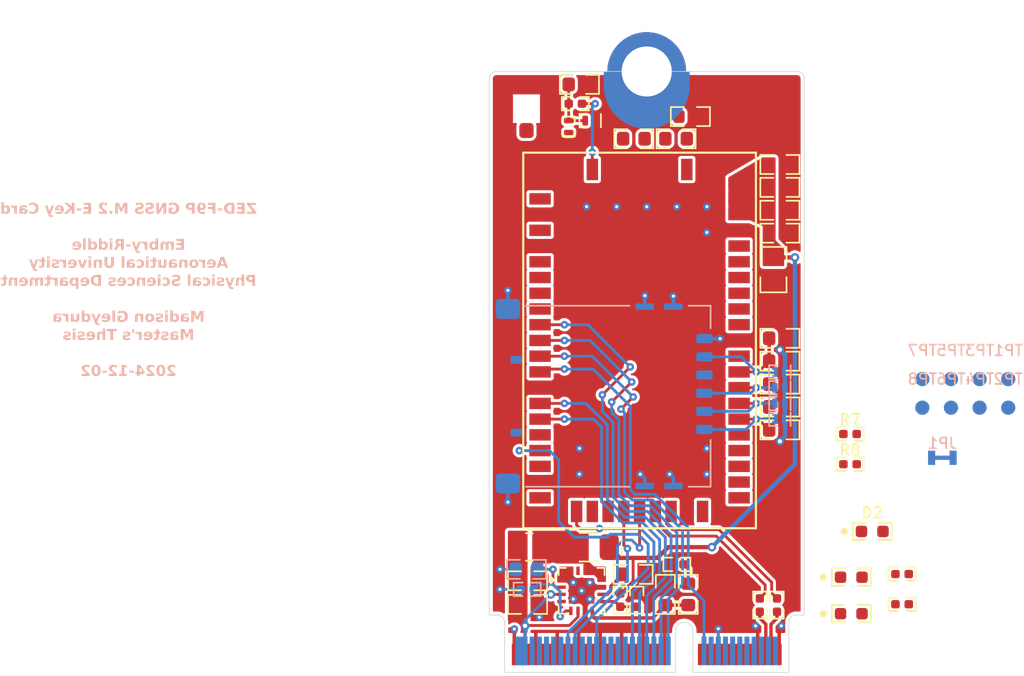
<source format=kicad_pcb>
(kicad_pcb (version 20240108) (generator "pcbnew") (generator_version "8.0")
  (title_block (title "U-bolx ZED-F9P M.2 E-Key") (date "2024-12-02") (comment 2 "PROTOTYPE") (comment 3 "2024"))
  (layers (0 "F.Cu" signal) (1 "In1.Cu" signal) (2 "In2.Cu" signal) (31 "B.Cu" signal) (34 "B.Paste" user) (35 "F.Paste" user) (36 "B.SilkS" user "B.Silkscreen") (37 "F.SilkS" user "F.Silkscreen") (38 "B.Mask" user) (39 "F.Mask" user) (44 "Edge.Cuts" user))
  (net 0 "")
  (net 1 "VSS")
  (net 2 "Net-(AE1-A)")
  (net 3 "Net-(U1-SS)")
  (net 4 "+3V3")
  (net 5 "+1V8")
  (net 6 "Net-(U1-COMP)")
  (net 7 "Net-(U1-VCC)")
  (net 8 "/HOST_D+")
  (net 9 "/HOST_D-")
  (net 12 "+3V8")
  (net 18 "VSIM")
  (net 24 "/Cellular Modem/SIM_RST")
  (net 40 "/Cellular Modem/SIM_CLK")
  (net 43 "/RESET_N")
  (net 44 "/Cellular Modem/SIM_IO")
  (net 49 "Net-(J2-~{LED_1})")
  (net 50 "Net-(J2-~{LED_2})")
  (net 51 "/Cellular Modem/RF_IN")
  (net 56 "Net-(C19-Pad1)")
  (net 57 "Net-(D2-Pad2)")
  (net 58 "/MODULE_STS")
  (net 59 "/SARA_RXD_1V8")
  (net 60 "/NETWORK_STS")
  (net 62 "/SARA_TXD_1V8")
  (net 63 "/SARA_SCL_1V8")
  (net 64 "/SARA_RTS_1V8")
  (net 65 "/SLEEP")
  (net 66 "/SARA_CTS_1V8")
  (net 67 "/SARA_SDA_1V8")
  (net 68 "Net-(U1-RT)")
  (net 69 "Net-(U1-FB)")
  (net 70 "/Cellular Modem/SARA_D+")
  (net 71 "/Cellular Modem/SARA_D-")
  (net 72 "/Cellular Modem/ANT_DET")
  (net 97 "/Cellular Modem/PPS")
  (net 98 "Net-(D3-Pad1)")
  (net 99 "Net-(D4-Pad1)")
  (net 103 "Net-(C6-Pad2)")
  (net 104 "Net-(C17-Pad2)")
  (net 105 "/SW")
  (footprint "lib_fp:L_0402" (layer "F.Cu") (at 134.55 81.85 90)
    (property "Reference" "L3" (hide yes))
    (property "Value" "68nH" (hide yes))
  )
  (footprint "lib_fp:CRCW0402" (layer "F.Cu") (at 138.15 114.95 -90)
    (property "Reference" "R3" (hide yes))
    (property "Value" "6K98" (hide yes))
  )
  (footprint "lib_fp:L_0806" (layer "F.Cu") (at 131.8 111.25)
    (property "Reference" "L1" (hide yes))
    (property "Value" "680nH" (hide yes))
  )
  (footprint "lib_fp:CRCW0402" (layer "F.Cu") (at 135.015 80.25 180)
    (property "Reference" "R11" (hide yes))
    (property "Value" "10K" (hide yes))
  )
  (footprint "lib_fp:LTST-0603" (layer "F.Cu") (at 155.75 110.15)
    (property "Reference" "D2")
    (property "Value" "LTST-C190KYKT" (hide yes))
  )
  (footprint "lib_fp:MLCC0805" (layer "F.Cu") (at 148.85 91.85 -90)
    (property "Reference" "C7" (hide yes))
    (property "Value" "22uF" (hide yes))
  )
  (footprint "lib_fp:MLCC0603" (layer "F.Cu") (at 142.9 114.55 90)
    (property "Reference" "C6" (hide yes))
    (property "Value" "10nF" (hide yes))
  )
  (footprint "lib_fp:MLCC0603" (layer "F.Cu") (at 149.3 99.85)
    (property "Reference" "C14" (hide yes))
    (property "Value" "47pF" (hide yes))
  )
  (footprint "lib_fp:CRCW0402" (layer "F.Cu") (at 149.1 115.3 90)
    (property "Reference" "R9" (hide yes))
    (property "Value" "27R" (hide yes))
  )
  (footprint "lib_fp:L_0603" (layer "F.Cu") (at 143.05 81.15)
    (property "Reference" "L2" (hide yes))
    (property "Value" "39nH" (hide yes))
  )
  (footprint "lib_fp:MLCC0603" (layer "F.Cu") (at 149.3 86.1)
    (property "Reference" "C11" (hide yes))
    (property "Value" "15pF" (hide yes))
  )
  (footprint "lib_fp:MLCC0603" (layer "F.Cu") (at 149.3 84.5)
    (property "Reference" "C9" (hide yes))
    (property "Value" "10nF" (hide yes))
  )
  (footprint "lib_fp:M.2 E-Key" (layer "F.Cu") (at 140 120)
    (property "Reference" "J2" (hide yes))
    (property "Value" "M.2_E_Key_PCB_Edge" (hide yes))
    (fp_line (start -11 -4) (end -11 -5.2) (stroke (width 0.05)) (layer "Edge.Cuts"))
    (fp_line (start -11 -4) (end -10.425 -4) (stroke (width 0.05)) (layer "Edge.Cuts"))
    (fp_line (start -9.925 0) (end -9.925 -3.5) (stroke (width 0.05)) (layer "Edge.Cuts"))
    (fp_line (start 2.025 -2.9) (end 2.025 0) (stroke (width 0.05)) (layer "Edge.Cuts"))
    (fp_line (start 2.025 0) (end -9.925 0) (stroke (width 0.05)) (layer "Edge.Cuts"))
    (fp_line (start 3.225 -2.9) (end 3.225 0) (stroke (width 0.05)) (layer "Edge.Cuts"))
    (fp_line (start 9.925 0) (end 3.225 0) (stroke (width 0.05)) (layer "Edge.Cuts"))
    (fp_line (start 9.925 0) (end 9.925 -3.5) (stroke (width 0.05)) (layer "Edge.Cuts"))
    (fp_line (start 9.925 0) (end 9.925 0) (stroke (width 0.05)) (layer "Edge.Cuts"))
    (fp_line (start 10.425 -4) (end 11 -4) (stroke (width 0.05)) (layer "Edge.Cuts"))
    (fp_line (start 11 -4) (end 11 -5.2) (stroke (width 0.05)) (layer "Edge.Cuts"))
    (fp_arc (start -10.425 -4) (mid -10.071447 -3.853553) (end -9.925 -3.5) (stroke (width 0.05)) (layer "Edge.Cuts"))
    (fp_arc (start 2.025 -2.9) (mid 2.625 -3.5) (end 3.225 -2.9) (stroke (width 0.05)) (layer "Edge.Cuts"))
    (fp_arc (start 9.925 -3.5) (mid 10.071447 -3.853553) (end 10.425 -4) (stroke (width 0.05)) (layer "Edge.Cuts"))
  )
  (footprint "lib_fp:CRCW0402" (layer "F.Cu") (at 154.2 105.45)
    (property "Reference" "R8")
    (property "Value" "10K" (hide yes))
  )
  (footprint "lib_fp:MLCC0603" (layer "F.Cu") (at 135.3 78.9)
    (property "Reference" "C19" (hide yes))
    (property "Value" "27pF" (hide yes))
  )
  (footprint "lib_fp:LTST-0603" (layer "F.Cu") (at 154.2875 113.35)
    (property "Reference" "D3" (hide yes))
    (property "Value" "LTST-C190KGKT" (hide yes))
  )
  (footprint "lib_fp:MLCC0603" (layer "F.Cu") (at 131.675 115.25)
    (property "Reference" "C1" (hide yes))
    (property "Value" "2.2uF" (hide yes))
  )
  (footprint "lib_fp:MLCC0603" (layer "F.Cu") (at 149.3 87.7)
    (property "Reference" "C10" (hide yes))
    (property "Value" "68pF" (hide yes))
  )
  (footprint "lib_fp:MLCC0603" (layer "F.Cu") (at 149.3 98.25)
    (property "Reference" "C12" (hide yes))
    (property "Value" "47pF" (hide yes))
  )
  (footprint "lib_fp:MLCC0603" (layer "F.Cu") (at 139.05 113.15)
    (property "Reference" "C4" (hide yes))
    (property "Value" "10nF" (hide yes))
  )
  (footprint "lib_fp:MLCC0603" (layer "F.Cu") (at 141.3 114.55 90)
    (property "Reference" "C5" (hide yes))
    (property "Value" "330pF" (hide yes))
  )
  (footprint "lib_fp:CRCW0402" (layer "F.Cu") (at 157.8375 113.13)
    (property "Reference" "R5" (hide yes))
    (property "Value" "4K7" (hide yes))
  )
  (footprint "lib_fp:MLCC0603" (layer "F.Cu") (at 142.05 82.7 180)
    (property "Reference" "C17" (hide yes))
    (property "Value" "15pF" (hide yes))
  )
  (footprint "lib_fp:RTE0016K" (layer "F.Cu") (at 135.45 114.3)
    (property "Reference" "U1" (hide yes))
    (property "Value" "LM51571-Q1" (hide yes))
  )
  (footprint "lib_fp:CRCW0402" (layer "F.Cu") (at 154.2 103.34)
    (property "Reference" "R7")
    (property "Value" "10K" (hide yes))
  )
  (footprint "lib_fp:CRCW0402" (layer "F.Cu") (at 147.9 115.3 90)
    (property "Reference" "R10" (hide yes))
    (property "Value" "27R" (hide yes))
  )
  (footprint "lib_fp:SOD123F" (layer "F.Cu") (at 135.95 111.25 180)
    (property "Reference" "D1" (hide yes))
    (property "Value" "MBR230S1F" (hide yes))
  )
  (footprint "lib_fp:CRCW0402" (layer "F.Cu") (at 157.8375 115.24)
    (property "Reference" "R6" (hide yes))
    (property "Value" "4K7" (hide yes))
  )
  (footprint "lib_fp:MLCC0603" (layer "F.Cu") (at 149.3 101.45)
    (property "Reference" "C16" (hide yes))
    (property "Value" "47pF" (hide yes))
  )
  (footprint "lib_fp:MLCC0603" (layer "F.Cu") (at 149.3 89.3)
    (property "Reference" "C8" (hide yes))
    (property "Value" "100nF" (hide yes))
  )
  (footprint "lib_fp:CRCW0402" (layer "F.Cu") (at 142.1 112.45 180)
    (property "Reference" "R2" (hide yes))
    (property "Value" "301R" (hide yes))
  )
  (footprint "lib_fp:MLCC0603" (layer "F.Cu") (at 149.3 103.05)
    (property "Reference" "C15" (hide yes))
    (property "Value" "47pF" (hide yes))
  )
  (footprint "lib_fp:CRCW0402" (layer "F.Cu") (at 139.3 114.95 90)
    (property "Reference" "R4" (hide yes))
    (property "Value" "2K49" (hide yes))
  )
  (footprint "lib_fp:MLCC0603" (layer "F.Cu") (at 131.675 113.6)
    (property "Reference" "C2" (hide yes))
    (property "Value" "100nF" (hide yes))
  )
  (footprint "lib_fp:SARA-R52X_UBL" (layer "F.Cu") (at 139.5 96.8)
    (property "Reference" "U2" (hide yes))
    (property "Value" "SARA-R520-02B" (hide yes))
  )
  (footprint "lib_fp:M.2-Screw-Pad" (layer "F.Cu") (at 140 78)
    (property "Reference" "J1" (hide yes))
    (property "Value" "Standoff" (hide yes))
  )
  (footprint "lib_fp:CONMHF1" (layer "F.Cu") (at 131.6 80.6 180)
    (property "Reference" "AE1" (hide yes))
    (property "Value" "CONMHF1-SMD-T" (hide yes))
  )
  (footprint "lib_fp:XDFN2P65_100X60X50L50X25L" (layer "F.Cu") (at 136.05 81.4375 180)
    (property "Reference" "D9" (hide yes))
    (property "Value" "TVS" (hide yes))
  )
  (footprint "lib_fp:MLCC0603" (layer "F.Cu") (at 139.1 82.7 180)
    (property "Reference" "C18" (hide yes))
    (property "Value" "33pF" (hide yes))
  )
  (footprint "lib_fp:MLCC0603" (layer "F.Cu") (at 149.3 96.65)
    (property "Reference" "C13" (hide yes))
    (property "Value" "100nF" (hide yes))
  )
  (footprint "lib_fp:LTST-0603" (layer "F.Cu") (at 154.2875 115.9)
    (property "Reference" "D4" (hide yes))
    (property "Value" "LTST-C190KRKT" (hide yes))
  )
  (footprint "lib_fp:XDFN2P65_100X60X50L50X25L" (layer "B.Cu") (at 149.3 99 180)
    (property "Reference" "D5" (hide yes))
    (property "Value" "TVS" (hide yes))
  )
  (footprint "lib_fp:TP_1mm" (layer "B.Cu") (at 159.25 99.5 180)
    (property "Reference" "TP7")
    (property "Value" "~" (hide yes))
  )
  (footprint "lib_fp:XDFN2P65_100X60X50L50X25L" (layer "B.Cu") (at 149.3 100.1 180)
    (property "Reference" "D6" (hide yes))
    (property "Value" "TVS" (hide yes))
  )
  (footprint "lib_fp:TP_1mm" (layer "B.Cu") (at 163.25 99.5 180)
    (property "Reference" "TP3")
    (property "Value" "~" (hide yes))
  )
  (footprint "lib_fp:XDFN2P65_100X60X50L50X25L" (layer "B.Cu") (at 149.3 101.2 180)
    (property "Reference" "D8" (hide yes))
    (property "Value" "TVS" (hide yes))
  )
  (footprint "lib_fp:MLCC0603" (layer "B.Cu") (at 131.6 112.8)
    (property "Reference" "C3" (hide yes))
    (property "Value" "1uF" (hide yes))
  )
  (footprint "lib_fp:TP_1mm" (layer "B.Cu") (at 165.25 99.5 180)
    (property "Reference" "TP1")
    (property "Value" "~" (hide yes))
  )
  (footprint "lib_fp:TP_1mm" (layer "B.Cu") (at 165.25 101.5 180)
    (property "Reference" "TP2")
    (property "Value" "~" (hide yes))
  )
  (footprint "lib_fp:Jumper_2_Bridged" (layer "B.Cu") (at 160.65 105 180)
    (property "Reference" "JP1")
    (property "Value" "~" (hide yes))
  )
  (footprint "lib_fp:CRCW0402" (layer "B.Cu") (at 131.65 114.2 180)
    (property "Reference" "R1" (hide yes))
    (property "Value" "9K31" (hide yes))
  )
  (footprint "lib_fp:TP_1mm" (layer "B.Cu") (at 163.25 101.5 180)
    (property "Reference" "TP4")
    (property "Value" "~" (hide yes))
  )
  (footprint "lib_fp:786463001" (layer "B.Cu") (at 130.3 100.7 180)
    (property "Reference" "J3" (hide yes))
    (property "Value" "0786463001" (hide yes))
  )
  (footprint "lib_fp:TP_1mm" (layer "B.Cu") (at 161.25 99.5 180)
    (property "Reference" "TP5")
    (property "Value" "~" (hide yes))
  )
  (footprint "lib_fp:XDFN2P65_100X60X50L50X25L" (layer "B.Cu") (at 149.3 102.3 180)
    (property "Reference" "D7" (hide yes))
    (property "Value" "TVS" (hide yes))
  )
  (footprint "lib_fp:TP_1mm" (layer "B.Cu") (at 161.25 101.5 180)
    (property "Reference" "TP6")
    (property "Value" "~" (hide yes))
  )
  (footprint "lib_fp:TP_1mm" (layer "B.Cu") (at 159.25 101.5 180)
    (property "Reference" "TP8")
    (property "Value" "~" (hide yes))
  )
  (gr_arc (start 150.5 78) (mid 150.853553 78.146447) (end 151 78.5) (stroke (width 0.05)) (layer "Edge.Cuts"))
  (gr_line (start 129 78.5) (end 129 114.8) (stroke (width 0.05)) (layer "Edge.Cuts"))
  (gr_line (start 150.5 78) (end 129.5 78) (stroke (width 0.05)) (layer "Edge.Cuts"))
  (gr_arc (start 129 78.5) (mid 129.146447 78.146447) (end 129.5 78) (stroke (width 0.05)) (layer "Edge.Cuts"))
  (gr_line (start 151 114.8) (end 151 78.5) (stroke (width 0.05)) (layer "Edge.Cuts"))
  (gr_text "ZED-F9P GNSS M.2 E-Key Card\n\nEmbry-Riddle\nAeronautical University\nPhysical Sciences Department\n\nMadison Gleydura\nMaster's Thesis\n\n2024-12-02" (at 103.8 93.3 0) (layer "B.SilkS") (effects (font (size 0.75 0.75) (thickness 0.1875) (bold yes)) (justify mirror)))
  (segment (start 130.75 116.975) (end 130.75 118.75) (width 0.25) (layer "F.Cu") (net 1))
  (segment (start 132.25 118.75) (end 132.25 117.15) (width 0.25) (layer "F.Cu") (net 1))
  (segment (start 139.75 118.75) (end 139.75 117.15) (width 0.25) (layer "F.Cu") (net 1))
  (segment (start 149.25 116.9) (end 149.4 116.75) (width 0.25) (layer "F.Cu") (net 1))
  (segment (start 147.75 116.9) (end 147.6 116.75) (width 0.25) (layer "F.Cu") (net 1))
  (segment (start 133.75 118.75) (end 133.75 117.15) (width 0.25) (layer "F.Cu") (net 1))
  (segment (start 141.25 118.75) (end 141.25 117.15) (width 0.25) (layer "F.Cu") (net 1))
  (segment (start 149.25 118.75) (end 149.25 116.9) (width 0.25) (layer "F.Cu") (net 1))
  (segment (start 136.75 118.75) (end 136.75 117.15) (width 0.25) (layer "F.Cu") (net 1))
  (segment (start 135.25 118.75) (end 135.25 117.15) (width 0.25) (layer "F.Cu") (net 1))
  (segment (start 138.25 118.75) (end 138.25 117.15) (width 0.25) (layer "F.Cu") (net 1))
  (segment (start 147.75 118.75) (end 147.75 116.9) (width 0.25) (layer "F.Cu") (net 1))
  (via (at 129.75 112.8) (size 0.5275) (drill 0.215) (layers "F.Cu" "B.Cu") (net 1))
  (via (at 139.55 106.15) (size 0.5275) (drill 0.215) (layers "F.Cu" "B.Cu") (net 1))
  (via (at 147.6 116.75) (size 0.5275) (drill 0.215) (layers "F.Cu" "B.Cu") (net 1))
  (via (at 134.87 113.72) (size 0.5275) (drill 0.215) (layers "F.Cu" "B.Cu") (net 1))
  (via (at 149.3 103.85) (size 0.6) (drill 0.3) (layers "F.Cu" "B.Cu") (net 1))
  (via (at 129.75 114.2) (size 0.5275) (drill 0.215) (layers "F.Cu" "B.Cu") (net 1))
  (via (at 139.87 93.67) (size 0.5275) (drill 0.215) (layers "F.Cu" "B.Cu") (net 1))
  (via (at 130.3 93.3) (size 0.5275) (drill 0.215) (layers "F.Cu" "B.Cu") (net 1))
  (via (at 135.8 87.45) (size 0.5275) (drill 0.215) (layers "F.Cu" "B.Cu") (net 1))
  (via (at 130.75 116.975) (size 0.5275) (drill 0.215) (layers "F.Cu" "B.Cu") (net 1))
  (via (at 140 87.45) (size 0.5275) (drill 0.215) (layers "F.Cu" "B.Cu") (net 1))
  (via (at 136.03 114.88) (size 0.5275) (drill 0.215) (layers "F.Cu" "B.Cu") (net 1))
  (via (at 135.3 106.15) (size 0.5275) (drill 0.215) (layers "F.Cu" "B.Cu") (net 1))
  (via (at 144.2 89.25) (size 0.5275) (drill 0.215) (layers "F.Cu" "B.Cu") (net 1))
  (via (at 145.125 96.675) (size 0.5275) (drill 0.215) (layers "F.Cu" "B.Cu") (net 1))
  (via (at 136.03 113.72) (size 0.5275) (drill 0.215) (layers "F.Cu" "B.Cu") (net 1))
  (via (at 144.2 87.45) (size 0.5275) (drill 0.215) (layers "F.Cu" "B.Cu") (net 1))
  (via (at 141.86 93.7) (size 0.5275) (drill 0.215) (layers "F.Cu" "B.Cu") (net 1))
  (via (at 135.45 114.3) (size 0.5275) (drill 0.215) (layers "F.Cu" "B.Cu") (net 1))
  (via (at 142.1 87.45) (size 0.5275) (drill 0.215) (layers "F.Cu" "B.Cu") (net 1))
  (via (at 149.4 116.75) (size 0.5275) (drill 0.215) (layers "F.Cu" "B.Cu") (net 1))
  (via (at 132.5 116.15) (size 0.5275) (drill 0.215) (layers "F.Cu" "B.Cu") (net 1))
  (via (at 135.3 104.35) (size 0.5275) (drill 0.215) (layers "F.Cu" "B.Cu") (net 1))
  (via (at 141.6 106.15) (size 0.5275) (drill 0.215) (layers "F.Cu" "B.Cu") (net 1))
  (via (at 134.87 114.88) (size 0.5275) (drill 0.215) (layers "F.Cu" "B.Cu") (net 1))
  (via (at 145 116.95) (size 0.5275) (drill 0.215) (layers "F.Cu" "B.Cu") (net 1))
  (via (at 149.3 97.45) (size 0.6) (drill 0.3) (layers "F.Cu" "B.Cu") (net 1))
  (via (at 130.3 108.1) (size 0.5275) (drill 0.215) (layers "F.Cu" "B.Cu") (net 1))
  (via (at 137.9 87.45) (size 0.5275) (drill 0.215) (layers "F.Cu" "B.Cu") (net 1))
  (via (at 144.2 106.15) (size 0.5275) (drill 0.215) (layers "F.Cu" "B.Cu") (net 1))
  (via (at 144.2 104.35) (size 0.5275) (drill 0.215) (layers "F.Cu" "B.Cu") (net 1))
  (segment (start 149.65 102.3) (end 149.65 101.2) (width 0.3) (layer "B.Cu") (net 1))
  (segment (start 141.86 94.43) (end 141.86 93.7) (width 0.25) (layer "B.Cu") (net 1))
  (segment (start 149.65 97.8) (end 149.3 97.45) (width 0.3) (layer "B.Cu") (net 1))
  (segment (start 144.03 96.675) (end 145.125 96.675) (width 0.25) (layer "B.Cu") (net 1))
  (segment (start 149.65 100.1) (end 149.65 101.2) (width 0.3) (layer "B.Cu") (net 1))
  (segment (start 149.65 103.5) (end 149.3 103.85) (width 0.3) (layer "B.Cu") (net 1))
  (segment (start 149.65 100.1) (end 149.65 99) (width 0.3) (layer "B.Cu") (net 1))
  (segment (start 130.3 94.595) (end 130.3 93.3) (width 0.25) (layer "B.Cu") (net 1))
  (segment (start 149.65 99) (end 149.65 97.8) (width 0.3) (layer "B.Cu") (net 1))
  (segment (start 139.86 94.43) (end 139.86 93.68) (width 0.25) (layer "B.Cu") (net 1))
  (segment (start 131.185 114.2) (end 129.75 114.2) (width 0.2) (layer "B.Cu") (net 1))
  (segment (start 149.65 102.3) (end 149.65 103.5) (width 0.3) (layer "B.Cu") (net 1))
  (segment (start 141.86 106.41) (end 141.86 106.97) (width 0.25) (layer "B.Cu") (net 1))
  (segment (start 130.3 106.805) (end 130.3 108.1) (width 0.25) (layer "B.Cu") (net 1))
  (segment (start 139.86 93.68) (end 139.87 93.67) (width 0.25) (layer "B.Cu") (net 1))
  (segment (start 129.75 112.8) (end 130.85 112.8) (width 0.2) (layer "B.Cu") (net 1))
  (segment (start 141.6 106.15) (end 141.86 106.41) (width 0.25) (layer "B.Cu") (net 1))
  (segment (start 139.55 106.15) (end 139.86 106.46) (width 0.25) (layer "B.Cu") (net 1))
  (segment (start 145 118.5) (end 145 116.95) (width 0.2) (layer "B.Cu") (net 1))
  (segment (start 139.86 106.46) (end 139.86 106.97) (width 0.25) (layer "B.Cu") (net 1))
  (segment (start 137.255 114.55) (end 136.85 114.55) (width 0.2) (layer "F.Cu") (net 3))
  (segment (start 137.475 113.975) (end 137.475 114.33) (width 0.2) (layer "F.Cu") (net 3))
  (segment (start 138.3 113.15) (end 137.475 113.975) (width 0.2) (layer "F.Cu") (net 3))
  (segment (start 137.475 114.33) (end 137.255 114.55) (width 0.2) (layer "F.Cu") (net 3))
  (segment (start 135.2 115.7) (end 135.2 116.125) (width 0.2) (layer "F.Cu") (net 4))
  (segment (start 133.3 114.55) (end 134.05 114.55) (width 0.2) (layer "F.Cu") (net 4))
  (segment (start 134.6 116.725) (end 131.525 116.725) (width 0.2) (layer "F.Cu") (net 4))
  (segment (start 135.2 116.125) (end 134.6 116.725) (width 0.2) (layer "F.Cu") (net 4))
  (segment (start 131.525 116.725) (end 131.5 116.75) (width 0.2) (layer "F.Cu") (net 4))
  (via (at 133.3 114.55) (size 0.6) (drill 0.3) (layers "F.Cu" "B.Cu") (net 4))
  (via (at 131.5 116.75) (size 0.6) (drill 0.3) (layers "F.Cu" "B.Cu") (net 4))
  (segment (start 131.5 116.75) (end 131.5 118.5) (width 0.25) (layer "B.Cu") (net 4))
  (segment (start 133.3 114.55) (end 131.5 116.35) (width 0.2) (layer "B.Cu") (net 4))
  (segment (start 131.5 116.35) (end 131.5 116.75) (width 0.2) (layer "B.Cu") (net 4))
  (segment (start 140.4 116.2) (end 141.3 115.3) (width 0.25) (layer "F.Cu") (net 6))
  (segment (start 136.2 116.075) (end 136.325 116.2) (width 0.25) (layer "F.Cu") (net 6))
  (segment (start 141.3 115.3) (end 142.9 115.3) (width 0.25) (layer "F.Cu") (net 6))
  (segment (start 136.325 116.2) (end 140.4 116.2) (width 0.25) (layer "F.Cu") (net 6))
  (segment (start 136.2 115.7) (end 136.2 116.075) (width 0.25) (layer "F.Cu") (net 6))
  (segment (start 133.65 114.05) (end 133.45 113.85) (width 0.2) (layer "F.Cu") (net 7))
  (segment (start 134.05 114.05) (end 133.65 114.05) (width 0.2) (layer "F.Cu") (net 7))
  (segment (start 133.45 113.85) (end 133.45 112.8) (width 0.2) (layer "F.Cu") (net 7))
  (via (at 133.45 112.8) (size 0.5275) (drill 0.215) (layers "F.Cu" "B.Cu") (net 7))
  (segment (start 132.35 112.8) (end 133.45 112.8) (width 0.2) (layer "B.Cu") (net 7))
  (segment (start 148.75 117.624999) (end 148.6806 117.555599) (width 0.2362) (layer "F.Cu") (net 8))
  (segment (start 148.75 118.75) (end 148.75 117.624999) (width 0.2362) (layer "F.Cu") (net 8))
  (segment (start 149.1 116.215001) (end 149.1 115.765) (width 0.2362) (layer "F.Cu") (net 8))
  (segment (start 148.6806 116.634401) (end 149.1 116.215001) (width 0.2362) (layer "F.Cu") (net 8))
  (segment (start 148.6806 117.555599) (end 148.6806 116.634401) (width 0.2362) (layer "F.Cu") (net 8))
  (segment (start 148.3194 117.555599) (end 148.3194 116.634401) (width 0.2362) (layer "F.Cu") (net 9))
  (segment (start 148.3194 116.634401) (end 147.9 116.215001) (width 0.2362) (layer "F.Cu") (net 9))
  (segment (start 147.9 116.215001) (end 147.9 115.765) (width 0.2362) (layer "F.Cu") (net 9))
  (segment (start 148.25 117.624999) (end 148.3194 117.555599) (width 0.2362) (layer "F.Cu") (net 9))
  (segment (start 148.25 118.75) (end 148.25 117.624999) (width 0.2362) (layer "F.Cu") (net 9))
  (segment (start 139.05 112) (end 139.05 113.623242) (width 0.2) (layer "F.Cu") (net 12))
  (segment (start 137.38 111.25) (end 138.13 112) (width 0.3) (layer "F.Cu") (net 12))
  (segment (start 138.188242 114.485) (end 138.15 114.485) (width 0.2) (layer "F.Cu") (net 12))
  (segment (start 140.75 112) (end 141.5 111.25) (width 0.3) (layer "F.Cu") (net 12))
  (segment (start 148.85 91) (end 150.35 91) (width 0.3) (layer "F.Cu") (net 12))
  (segment (start 138.13 112) (end 140.75 112) (width 0.3) (layer "F.Cu") (net 12))
  (segment (start 141.5 111.25) (end 144.55 111.25) (width 0.3) (layer "F.Cu") (net 12))
  (segment (start 139.05 113.623242) (end 138.188242 114.485) (width 0.2) (layer "F.Cu") (net 12))
  (via (at 144.55 111.25) (size 0.6) (drill 0.3) (layers "F.Cu" "B.Cu") (net 12))
  (via (at 150.35 91) (size 0.6) (drill 0.3) (layers "F.Cu" "B.Cu") (net 12))
  (segment (start 150.35 105.45) (end 150.35 91) (width 0.3) (layer "B.Cu") (net 12))
  (segment (start 144.55 111.25) (end 150.35 105.45) (width 0.3) (layer "B.Cu") (net 12))
  (segment (start 148.55 96.65) (end 148.55 98.25) (width 0.25) (layer "F.Cu") (net 18))
  (segment (start 147.80036 98.99964) (end 148.55 98.25) (width 0.2) (layer "F.Cu") (net 18))
  (segment (start 146.45107 99) (end 146.45071 98.99964) (width 0.2) (layer "F.Cu") (net 18))
  (segment (start 147.65 98.99964) (end 147.80036 98.99964) (width 0.2) (layer "F.Cu") (net 18))
  (segment (start 146.45071 98.99964) (end 147.65 98.99964) (width 0.2) (layer "F.Cu") (net 18))
  (via (at 147.65 98.99964) (size 0.5275) (drill 0.215) (layers "F.Cu" "B.Cu") (net 18))
  (segment (start 148.94964 98.99964) (end 148.95 99) (width 0.2) (layer "B.Cu") (net 18))
  (segment (start 147.65 98.99964) (end 146.59536 97.945) (width 0.2) (layer "B.Cu") (net 18))
  (segment (start 147.65 98.99964) (end 148.94964 98.99964) (width 0.2) (layer "B.Cu") (net 18))
  (segment (start 146.59536 97.945) (end 144.03 97.945) (width 0.2) (layer "B.Cu") (net 18))
  (segment (start 146.45071 100.09946) (end 147.65 100.09946) (width 0.2) (layer "F.Cu") (net 24))
  (segment (start 147.65 100.09946) (end 148.30054 100.09946) (width 0.2) (layer "F.Cu") (net 24))
  (segment (start 146.45125 100.1) (end 146.45071 100.09946) (width 0.2) (layer "F.Cu") (net 24))
  (segment (start 148.30054 100.09946) (end 148.55 99.85) (width 0.2) (layer "F.Cu") (net 24))
  (via (at 147.65 100.09946) (size 0.5275) (drill 0.215) (layers "F.Cu" "B.Cu") (net 24))
  (segment (start 147.65 100.1) (end 147.265 100.485) (width 0.2) (layer "B.Cu") (net 24))
  (segment (start 147.65 100.09946) (end 148.94946 100.09946) (width 0.2) (layer "B.Cu") (net 24))
  (segment (start 147.265 100.485) (end 144.03 100.485) (width 0.2) (layer "B.Cu") (net 24))
  (segment (start 147.65 100.09946) (end 147.65 100.1) (width 0.2) (layer "B.Cu") (net 24))
  (segment (start 148.94946 100.09946) (end 148.95 100.1) (width 0.2) (layer "B.Cu") (net 24))
  (segment (start 147.7991 102.2991) (end 148.55 103.05) (width 0.2) (layer "F.Cu") (net 40))
  (segment (start 146.45071 102.2991) (end 147.65 102.2991) (width 0.2) (layer "F.Cu") (net 40))
  (segment (start 147.65 102.2991) (end 147.7991 102.2991) (width 0.2) (layer "F.Cu") (net 40))
  (segment (start 146.45161 102.3) (end 146.45071 102.2991) (width 0.2) (layer "F.Cu") (net 40))
  (via (at 147.65 102.2991) (size 0.5275) (drill 0.215) (layers "F.Cu" "B.Cu") (net 40))
  (segment (start 148.9491 102.2991) (end 148.95 102.3) (width 0.2) (layer "B.Cu") (net 40))
  (segment (start 147.65 102.2991) (end 148.9491 102.2991) (width 0.2) (layer "B.Cu") (net 40))
  (segment (start 146.9241 103.025) (end 144.03 103.025) (width 0.2) (layer "B.Cu") (net 40))
  (segment (start 147.65 102.2991) (end 146.9241 103.025) (width 0.2) (layer "B.Cu") (net 40))
  (segment (start 131.1 104.5) (end 132.54803 104.5) (width 0.2) (layer "F.Cu") (net 43))
  (segment (start 132.54803 104.5) (end 132.54929 104.49874) (width 0.2) (layer "F.Cu") (net 43))
  (via (at 131.1 104.5) (size 0.5275) (drill 0.215) (layers "F.Cu" "B.Cu") (net 43))
  (segment (start 137.25 110.55) (end 137.45 110.35) (width 0.2) (layer "B.Cu") (net 43))
  (segment (start 131.1 104.5) (end 133.2 104.5) (width 0.2) (layer "B.Cu") (net 43))
  (segment (start 136.5 116.338635) (end 136.5 118.5) (width 0.2) (layer "B.Cu") (net 43))
  (segment (start 139.4 110.35) (end 140.1 111.05) (width 0.2) (layer "B.Cu") (net 43))
  (segment (start 137.45 110.35) (end 139.4 110.35) (width 0.2) (layer "B.Cu") (net 43))
  (segment (start 133.85 105.15) (end 133.85 109.465686) (width 0.2) (layer "B.Cu") (net 43))
  (segment (start 134.934314 110.55) (end 137.25 110.55) (width 0.2) (layer "B.Cu") (net 43))
  (segment (start 140.1 112.738635) (end 136.5 116.338635) (width 0.2) (layer "B.Cu") (net 43))
  (segment (start 133.85 109.465686) (end 134.934314 110.55) (width 0.2) (layer "B.Cu") (net 43))
  (segment (start 140.1 111.05) (end 140.1 112.738635) (width 0.2) (layer "B.Cu") (net 43))
  (segment (start 133.2 104.5) (end 133.85 105.15) (width 0.2) (layer "B.Cu") (net 43))
  (segment (start 148.29928 101.19928) (end 148.55 101.45) (width 0.2) (layer "F.Cu") (net 44))
  (segment (start 146.45071 101.19928) (end 147.65 101.19928) (width 0.2) (layer "F.Cu") (net 44))
  (segment (start 146.45143 101.2) (end 146.45071 101.19928) (width 0.2) (layer "F.Cu") (net 44))
  (segment (start 147.65 101.19928) (end 148.29928 101.19928) (width 0.2) (layer "F.Cu") (net 44))
  (via (at 147.65 101.19928) (size 0.5275) (drill 0.215) (layers "F.Cu" "B.Cu") (net 44))
  (segment (start 148.94928 101.19928) (end 148.95 101.2) (width 0.2) (layer "B.Cu") (net 44))
  (segment (start 147.65 101.19928) (end 148.94928 101.19928) (width 0.2) (layer "B.Cu") (net 44))
  (segment (start 147.09428 101.755) (end 144.03 101.755) (width 0.2) (layer "B.Cu") (net 44))
  (segment (start 147.65 101.19928) (end 147.09428 101.755) (width 0.2) (layer "B.Cu") (net 44))
  (segment (start 142.79946 82.70054) (end 142.8 82.7) (width 0.2) (layer "F.Cu") (net 51))
  (segment (start 134.55 78.9) (end 134.55 80.25) (width 0.2) (layer "F.Cu") (net 56))
  (segment (start 134.55 80.25) (end 134.55 81.4375) (width 0.2) (layer "F.Cu") (net 56))
  (segment (start 134.55 81.4375) (end 135.7 81.4375) (width 0.2) (layer "F.Cu") (net 56))
  (segment (start 135.35 109.95) (end 135.10072 109.70072) (width 0.2) (layer "F.Cu") (net 58))
  (segment (start 135.10072 109.70072) (end 135.10072 108.7507) (width 0.2) (layer "F.Cu") (net 58))
  (segment (start 136.700896 109.95) (end 135.35 109.95) (width 0.2) (layer "F.Cu") (net 58))
  (via (at 136.7 109.95) (size 0.5275) (drill 0.215) (layers "F.Cu" "B.Cu") (net 58))
  (segment (start 136.70494 109.95) (end 139.565686 109.95) (width 0.2) (layer "B.Cu") (net 58))
  (segment (start 136.700896 109.954044) (end 136.70494 109.95) (width 0.2) (layer "B.Cu") (net 58))
  (segment (start 140.5 112.904321) (end 139 114.404321) (width 0.2) (layer "B.Cu") (net 58))
  (segment (start 139 114.404321) (end 139 118.5) (width 0.2) (layer "B.Cu") (net 58))
  (segment (start 140.5 110.884314) (end 140.5 112.904321) (width 0.2) (layer "B.Cu") (net 58))
  (segment (start 139.565686 109.95) (end 140.5 110.884314) (width 0.2) (layer "B.Cu") (net 58))
  (segment (start 132.74893 98.8) (end 134.25 98.8) (width 0.2) (layer "F.Cu") (net 59))
  (segment (start 132.54929 98.99964) (end 132.74893 98.8) (width 0.2) (layer "F.Cu") (net 59))
  (via (at 134.25 98.8) (size 0.5275) (drill 0.215) (layers "F.Cu" "B.Cu") (net 59))
  (segment (start 142.9 113.9) (end 142.9 109.890198) (width 0.2) (layer "B.Cu") (net 59))
  (segment (start 136.25 98.8) (end 134.25 98.8) (width 0.2) (layer "B.Cu") (net 59))
  (segment (start 142.9 109.890198) (end 140.559802 107.55) (width 0.2) (layer "B.Cu") (net 59))
  (segment (start 144 118.5) (end 144 115) (width 0.2) (layer "B.Cu") (net 59))
  (segment (start 138.85 107.24824) (end 138.85 101.4) (width 0.2) (layer "B.Cu") (net 59))
  (segment (start 140.559802 107.55) (end 139.15176 107.55) (width 0.2) (layer "B.Cu") (net 59))
  (segment (start 138.85 101.4) (end 136.25 98.8) (width 0.2) (layer "B.Cu") (net 59))
  (segment (start 144 115) (end 142.9 113.9) (width 0.2) (layer "B.Cu") (net 59))
  (segment (start 139.15176 107.55) (end 138.85 107.24824) (width 0.2) (layer "B.Cu") (net 59))
  (segment (start 132.55019 102.3) (end 132.54929 102.2991) (width 0.2) (layer "F.Cu") (net 60))
  (segment (start 134.25 102.3) (end 132.55019 102.3) (width 0.2) (layer "F.Cu") (net 60))
  (via (at 134.25 102.3) (size 0.5275) (drill 0.215) (layers "F.Cu" "B.Cu") (net 60))
  (segment (start 140.9 113.070007) (end 140.9 110.718628) (width 0.2) (layer "B.Cu") (net 60))
  (segment (start 138.32333 109.55) (end 136.85 108.07667) (width 0.2) (layer "B.Cu") (net 60))
  (segment (start 139.731372 109.55) (end 138.32333 109.55) (width 0.2) (layer "B.Cu") (net 60))
  (segment (start 139.5 114.470007) (end 140.9 113.070007) (width 0.2) (layer "B.Cu") (net 60))
  (segment (start 136.284314 102.3) (end 134.25 102.3) (width 0.2) (layer "B.Cu") (net 60))
  (segment (start 140.9 110.718628) (end 139.731372 109.55) (width 0.2) (layer "B.Cu") (net 60))
  (segment (start 136.85 102.865686) (end 136.284314 102.3) (width 0.2) (layer "B.Cu") (net 60))
  (segment (start 139.5 118.5) (end 139.5 114.470007) (width 0.2) (layer "B.Cu") (net 60))
  (segment (start 136.85 108.07667) (end 136.85 102.865686) (width 0.2) (layer "B.Cu") (net 60))
  (segment (start 138.2 101.6) (end 139.05 100.75) (width 0.2) (layer "F.Cu") (net 62))
  (segment (start 134.25 97.9) (end 132.54947 97.9) (width 0.2) (layer "F.Cu") (net 62))
  (segment (start 132.54947 97.9) (end 132.54929 97.89982) (width 0.2) (layer "F.Cu") (net 62))
  (via (at 134.25 97.9) (size 0.5275) (drill 0.215) (layers "F.Cu" "B.Cu") (net 62))
  (via (at 139.05 100.75) (size 0.5275) (drill 0.215) (layers "F.Cu" "B.Cu") (net 62))
  (via (at 138.2 101.6) (size 0.5275) (drill 0.215) (layers "F.Cu" "B.Cu") (net 62))
  (segment (start 140.394116 107.95) (end 138.986074 107.95) (width 0.2) (layer "B.Cu") (net 62))
  (segment (start 141.5 118.5) (end 141.5 114.859802) (width 0.2) (layer "B.Cu") (net 62))
  (segment (start 142.5 113.859802) (end 142.5 110.055884) (width 0.2) (layer "B.Cu") (net 62))
  (segment (start 138.45 101.85) (end 138.2 101.6) (width 0.2) (layer "B.Cu") (net 62))
  (segment (start 136.2 97.9) (end 134.25 97.9) (width 0.2) (layer "B.Cu") (net 62))
  (segment (start 142.5 110.055884) (end 140.394116 107.95) (width 0.2) (layer "B.Cu") (net 62))
  (segment (start 141.5 114.859802) (end 142.5 113.859802) (width 0.2) (layer "B.Cu") (net 62))
  (segment (start 138.45 107.413926) (end 138.45 101.85) (width 0.2) (layer "B.Cu") (net 62))
  (segment (start 139.05 100.75) (end 136.2 97.9) (width 0.2) (layer "B.Cu") (net 62))
  (segment (start 138.986074 107.95) (end 138.45 107.413926) (width 0.2) (layer "B.Cu") (net 62))
  (segment (start 139.5 111.3) (end 139.5 108.7507) (width 0.2) (layer "F.Cu") (net 63))
  (via (at 139.5 111.3) (size 0.5275) (drill 0.215) (layers "F.Cu" "B.Cu") (net 63))
  (segment (start 138.375 110.75) (end 137.95 111.175) (width 0.2) (layer "B.Cu") (net 63))
  (segment (start 134.5 117.207263) (end 134.5 118.5) (width 0.2) (layer "B.Cu") (net 63))
  (segment (start 137.95 111.175) (end 137.95 113.757263) (width 0.2) (layer "B.Cu") (net 63))
  (segment (start 139.5 111.3) (end 138.95 110.75) (width 0.2) (layer "B.Cu") (net 63))
  (segment (start 137.95 113.757263) (end 134.5 117.207263) (width 0.2) (layer "B.Cu") (net 63))
  (segment (start 138.95 110.75) (end 138.375 110.75) (width 0.2) (layer "B.Cu") (net 63))
  (segment (start 132.54947 95.7) (end 132.54929 95.70018) (width 0.2) (layer "F.Cu") (net 64))
  (segment (start 134.25 95.7) (end 132.54947 95.7) (width 0.2) (layer "F.Cu") (net 64))
  (segment (start 138.85 98.65) (end 136.9 100.6) (width 0.2) (layer "F.Cu") (net 64))
  (via (at 134.25 95.7) (size 0.5275) (drill 0.215) (layers "F.Cu" "B.Cu") (net 64))
  (via (at 138.85 98.65) (size 0.5275) (drill 0.215) (layers "F.Cu" "B.Cu") (net 64))
  (via (at 136.9 100.6) (size 0.5275) (drill 0.215) (layers "F.Cu" "B.Cu") (net 64))
  (segment (start 136.9 101.765686) (end 137.65 102.515686) (width 0.2) (layer "B.Cu") (net 64))
  (segment (start 137.65 102.515686) (end 137.65 107.745298) (width 0.2) (layer "B.Cu") (net 64))
  (segment (start 140.062744 108.75) (end 141.7 110.387256) (width 0.2) (layer "B.Cu") (net 64))
  (segment (start 137.65 107.745298) (end 138.654702 108.75) (width 0.2) (layer "B.Cu") (net 64))
  (segment (start 138.654702 108.75) (end 140.062744 108.75) (width 0.2) (layer "B.Cu") (net 64))
  (segment (start 140.5 114.72843) (end 140.5 118.5) (width 0.2) (layer "B.Cu") (net 64))
  (segment (start 141.7 113.52843) (end 140.5 114.72843) (width 0.2) (layer "B.Cu") (net 64))
  (segment (start 136.9 100.6) (end 136.9 101.765686) (width 0.2) (layer "B.Cu") (net 64))
  (segment (start 138.85 98.65) (end 135.9 95.7) (width 0.2) (layer "B.Cu") (net 64))
  (segment (start 141.7 110.387256) (end 141.7 113.52843) (width 0.2) (layer "B.Cu") (net 64))
  (segment (start 135.9 95.7) (end 134.25 95.7) (width 0.2) (layer "B.Cu") (net 64))
  (segment (start 132.57501 101.225) (end 132.54929 101.19928) (width 0.2) (layer "F.Cu") (net 65))
  (segment (start 134.24928 101.19928) (end 134.25 101.2) (width 0.2) (layer "F.Cu") (net 65))
  (segment (start 132.54929 101.19928) (end 134.24928 101.19928) (width 0.2) (layer "F.Cu") (net 65))
  (via (at 134.25 101.2) (size 0.5275) (drill 0.215) (layers "F.Cu" "B.Cu") (net 65))
  (segment (start 137.25 107.910984) (end 137.25 102.7) (width 0.2) (layer "B.Cu") (net 65))
  (segment (start 137.25 102.7) (end 135.75 101.2) (width 0.2) (layer "B.Cu") (net 65))
  (segment (start 139.897058 109.15) (end 138.489016 109.15) (width 0.2) (layer "B.Cu") (net 65))
  (segment (start 141.3 110.552942) (end 139.897058 109.15) (width 0.2) (layer "B.Cu") (net 65))
  (segment (start 135.75 101.2) (end 134.25 101.2) (width 0.2) (layer "B.Cu") (net 65))
  (segment (start 141.3 113.362744) (end 141.3 110.552942) (width 0.2) (layer "B.Cu") (net 65))
  (segment (start 140 114.662744) (end 141.3 113.362744) (width 0.2) (layer "B.Cu") (net 65))
  (segment (start 140 118.5) (end 140 114.662744) (width 0.2) (layer "B.Cu") (net 65))
  (segment (start 138.489016 109.15) (end 137.25 107.910984) (width 0.2) (layer "B.Cu") (net 65))
  (segment (start 134.25 96.8) (end 132.54929 96.8) (width 0.2) (layer "F.Cu") (net 66))
  (segment (start 137.55 101.1) (end 138.95 99.7) (width 0.2) (layer "F.Cu") (net 66))
  (via (at 134.25 96.8) (size 0.5275) (drill 0.215) (layers "F.Cu" "B.Cu") (net 66))
  (via (at 137.55 101.1) (size 0.5275) (drill 0.215) (layers "F.Cu" "B.Cu") (net 66))
  (via (at 138.95 99.7) (size 0.5275) (drill 0.215) (layers "F.Cu" "B.Cu") (net 66))
  (segment (start 141 114.794116) (end 141 118.5) (width 0.2) (layer "B.Cu") (net 66))
  (segment (start 138.05 102.35) (end 138.05 107.579612) (width 0.2) (layer "B.Cu") (net 66))
  (segment (start 142.1 110.22157) (end 142.1 113.694116) (width 0.2) (layer "B.Cu") (net 66))
  (segment (start 140.22843 108.35) (end 142.1 110.22157) (width 0.2) (layer "B.Cu") (net 66))
  (segment (start 142.1 113.694116) (end 141 114.794116) (width 0.2) (layer "B.Cu") (net 66))
  (segment (start 137.55 101.1) (end 137.55 101.85) (width 0.2) (layer "B.Cu") (net 66))
  (segment (start 136.05 96.8) (end 134.25 96.8) (width 0.2) (layer "B.Cu") (net 66))
  (segment (start 138.05 107.579612) (end 138.820388 108.35) (width 0.2) (layer "B.Cu") (net 66))
  (segment (start 138.95 99.7) (end 136.05 96.8) (width 0.2) (layer "B.Cu") (net 66))
  (segment (start 137.55 101.85) (end 138.05 102.35) (width 0.2) (layer "B.Cu") (net 66))
  (segment (start 138.820388 108.35) (end 140.22843 108.35) (width 0.2) (layer "B.Cu") (net 66))
  (segment (start 138.65 111.35) (end 138.40018 111.10018) (width 0.2) (layer "F.Cu") (net 67))
  (segment (start 138.40018 111.10018) (end 138.40018 108.7507) (width 0.2) (layer "F.Cu") (net 67))
  (via (at 138.65 111.35) (size 0.5275) (drill 0.215) (layers "F.Cu" "B.Cu") (net 67))
  (segment (start 138.65 111.35) (end 138.65 113.622949) (width 0.2) (layer "B.Cu") (net 67))
  (segment (start 138.65 113.622949) (end 135 117.272949) (width 0.2) (layer "B.Cu") (net 67))
  (segment (start 135 117.272949) (end 135 118.5) (width 0.2) (layer "B.Cu") (net 67))
  (segment (start 133.95 116.1) (end 134.35 115.7) (width 0.2) (layer "F.Cu") (net 68))
  (segment (start 134.35 115.7) (end 134.7 115.7) (width 0.2) (layer "F.Cu") (net 68))
  (via (at 133.95 116.1) (size 0.5275) (drill 0.215) (layers "F.Cu" "B.Cu") (net 68))
  (segment (start 132.115 114.15) (end 132.415 113.85) (width 0.2) (layer "B.Cu") (net 68))
  (segment (start 133.448529 113.85) (end 133.95 114.351471) (width 0.2) (layer "B.Cu") (net 68))
  (segment (start 132.415 113.85) (end 133.448529 113.85) (width 0.2) (layer "B.Cu") (net 68))
  (segment (start 133.95 114.351471) (end 133.95 116.1) (width 0.2) (layer "B.Cu") (net 68))
  (segment (start 138.15 115.415) (end 139.3 115.415) (width 0.2) (layer "F.Cu") (net 69))
  (segment (start 137.785 115.05) (end 138.15 115.415) (width 0.2) (layer "F.Cu") (net 69))
  (segment (start 136.85 115.05) (end 137.785 115.05) (width 0.2) (layer "F.Cu") (net 69))
  (segment (start 141.37473 109.42613) (end 141.37473 109.60653) (width 0.2) (layer "F.Cu") (net 70))
  (segment (start 141.69964 109.10122) (end 141.37473 109.42613) (width 0.2) (layer "F.Cu") (net 70))
  (segment (start 141.69964 108.7507) (end 141.69964 109.10122) (width 0.2) (layer "F.Cu") (net 70))
  (segment (start 148.725 114.45) (end 149.1 114.825) (width 0.2) (layer "F.Cu") (net 70))
  (segment (start 148.725 113.7068) (end 148.725 114.45) (width 0.2) (layer "F.Cu") (net 70))
  (segment (start 145.0432 110.025) (end 148.725 113.7068) (width 0.2) (layer "F.Cu") (net 70))
  (segment (start 149.1 114.825) (end 149.1 114.835) (width 0.2) (layer "F.Cu") (net 70))
  (segment (start 141.37473 109.60653) (end 141.7932 110.025) (width 0.2) (layer "F.Cu") (net 70))
  (segment (start 141.7932 110.025) (end 145.0432 110.025) (width 0.2) (layer "F.Cu") (net 70))
  (segment (start 148.275 113.8932) (end 148.275 114.45) (width 0.2) (layer "F.Cu") (net 71))
  (segment (start 148.275 114.45) (end 147.9 114.825) (width 0.2) (layer "F.Cu") (net 71))
  (segment (start 140.59982 108.7507) (end 140.59982 109.10122) (width 0.2) (layer "F.Cu") (net 71))
  (segment (start 147.9 114.825) (end 147.9 114.835) (width 0.2) (layer "F.Cu") (net 71))
  (segment (start 140.92473 109.42613) (end 140.92473 109.79293) (width 0.2) (layer "F.Cu") (net 71))
  (segment (start 144.8568 110.475) (end 148.275 113.8932) (width 0.2) (layer "F.Cu") (net 71))
  (segment (start 141.6068 110.475) (end 144.8568 110.475) (width 0.2) (layer "F.Cu") (net 71))
  (segment (start 140.92473 109.79293) (end 141.6068 110.475) (width 0.2) (layer "F.Cu") (net 71))
  (segment (start 140.59982 109.10122) (end 140.92473 109.42613) (width 0.2) (layer "F.Cu") (net 71))
  (segment (start 135.48 80.25) (end 136.4 80.25) (width 0.2) (layer "F.Cu") (net 72))
  (segment (start 136.20054 83.65054) (end 136.20054 84.8493) (width 0.2) (layer "F.Cu") (net 72))
  (segment (start 136.2 83.65) (end 136.20054 83.65054) (width 0.2) (layer "F.Cu") (net 72))
  (via (at 136.2 83.65) (size 0.5275) (drill 0.215) (layers "F.Cu" "B.Cu") (net 72))
  (via (at 136.4 80.25) (size 0.5275) (drill 0.215) (layers "F.Cu" "B.Cu") (net 72))
  (segment (start 136.2 80.45) (end 136.2 83.65) (width 0.2) (layer "B.Cu") (net 72))
  (segment (start 136.4 80.25) (end 136.2 80.45) (width 0.2) (layer "B.Cu") (net 72))
  (segment (start 142.9 112.785) (end 142.565 112.45) (width 0.2) (layer "F.Cu") (net 103))
  (segment (start 142.9 113.8) (end 142.9 112.785) (width 0.2) (layer "F.Cu") (net 103))
  (zone (net 12) (net_name "+3V8") (layer "F.Cu") (name "Ground Plane") (priority 4) (connect_pads yes (clearance 0.125)) (min_thickness 0.125) (fill yes (thermal_gap 0.5) (thermal_bridge_width 0.5))
    (polygon (pts (xy 149 84) (xy 149 89.8) (xy 149.6 90.4) (xy 149.6 91.6) (xy 148.1 91.6) (xy 148.1 88.8) (xy 147.2 88.4) (xy 145.7 88.4) (xy 145.7 85.4) (xy 148.1 84)))
  )
  (zone (net 4) (net_name "+3V3") (layer "F.Cu") (name "Ground Plane") (priority 2) (connect_pads yes (clearance 0.125)) (min_thickness 0.125) (fill yes (thermal_gap 0.5) (thermal_bridge_width 0.5))
    (polygon (pts (xy 131.675 117.25) (xy 131.675 110.1) (xy 130.3 110.1) (xy 130.3 117.25)))
  )
  (zone (net 105) (net_name "/SW") (layer "F.Cu") (name "Ground Plane") (priority 3) (connect_pads yes (clearance 0.125)) (min_thickness 0.125) (fill yes (thermal_gap 0.5) (thermal_bridge_width 0.5))
    (polygon (pts (xy 137.15 113.675) (xy 137.15 112.6) (xy 136.325 112.6) (xy 135.95 112.25) (xy 135.95 110.1) (xy 132 110.1) (xy 132 112.4) (xy 135.575 112.4) (xy 135.575 113.2) (xy 136.325 113.2) (xy 136.55 113.425) (xy 136.55 113.675)))
  )
  (zone (net 1) (net_name "VSS") (layers "F.Cu" "In1.Cu" "In2.Cu") (name "Ground Plane") (connect_pads yes (clearance 0.125)) (min_thickness 0.125) (fill yes (thermal_gap 0.5) (thermal_bridge_width 0.5))
    (polygon (pts (xy 151 120) (xy 129 120) (xy 129 78) (xy 151 78)))
  )
  (zone (net 4) (net_name "+3V3") (layer "B.Cu") (name "Ground Plane") (priority 1) (connect_pads yes (clearance 0.125)) (min_thickness 0.125) (fill yes (thermal_gap 0.5) (thermal_bridge_width 0.5))
    (polygon (pts (xy 130.825 117.5) (xy 131.675 117.5) (xy 131.675 119.5) (xy 130.825 119.5)))
  )
)
</source>
